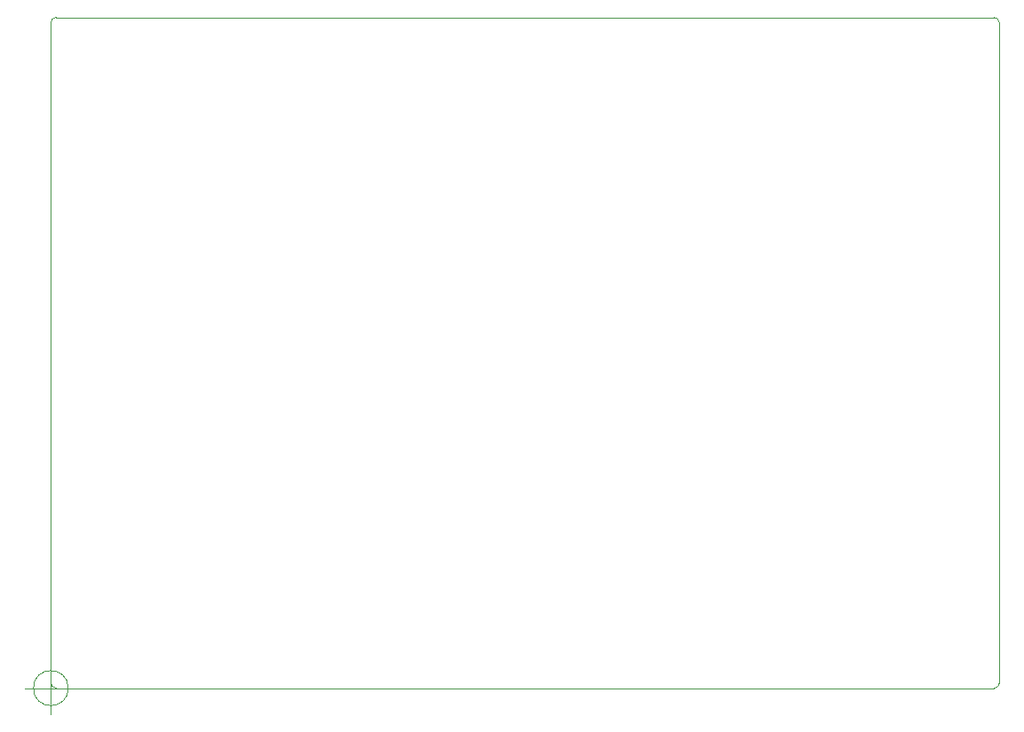
<source format=gm1>
G04 #@! TF.GenerationSoftware,KiCad,Pcbnew,(5.1.8)-1*
G04 #@! TF.CreationDate,2022-03-17T23:11:15+09:00*
G04 #@! TF.ProjectId,windsynth,77696e64-7379-46e7-9468-2e6b69636164,rev?*
G04 #@! TF.SameCoordinates,Original*
G04 #@! TF.FileFunction,Profile,NP*
%FSLAX46Y46*%
G04 Gerber Fmt 4.6, Leading zero omitted, Abs format (unit mm)*
G04 Created by KiCad (PCBNEW (5.1.8)-1) date 2022-03-17 23:11:15*
%MOMM*%
%LPD*%
G01*
G04 APERTURE LIST*
G04 #@! TA.AperFunction,Profile*
%ADD10C,0.050000*%
G04 #@! TD*
G04 APERTURE END LIST*
D10*
X213000000Y-123500000D02*
G75*
G02*
X212500000Y-124000000I-500000J0D01*
G01*
X123000000Y-124000000D02*
G75*
G02*
X122500000Y-123500000I0J500000D01*
G01*
X122500000Y-60500000D02*
G75*
G02*
X123000000Y-60000000I500000J0D01*
G01*
X212500000Y-60000000D02*
G75*
G02*
X213000000Y-60500000I0J-500000D01*
G01*
X122500000Y-60500000D02*
X122500000Y-123500000D01*
X212500000Y-60000000D02*
X123000000Y-60000000D01*
X213000000Y-123500000D02*
X213000000Y-60500000D01*
X123000000Y-124000000D02*
X212500000Y-124000000D01*
X124166666Y-124000000D02*
G75*
G03*
X124166666Y-124000000I-1666666J0D01*
G01*
X120000000Y-124000000D02*
X125000000Y-124000000D01*
X122500000Y-121500000D02*
X122500000Y-126500000D01*
M02*

</source>
